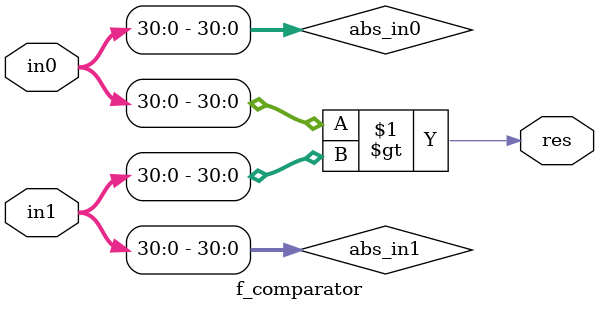
<source format=v>
`timescale 1ns/10ps
module f_comparator (
    input [31:0] in0,
    input [31:0] in1,
    output res
);

wire [30:0] abs_in0, abs_in1;

assign abs_in0 = in0[30:0];
assign abs_in1 = in1[30:0];
assign res = abs_in0 > abs_in1; 

endmodule
</source>
